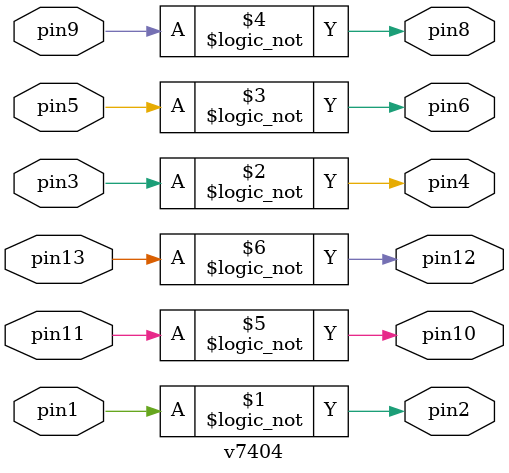
<source format=v>
`timescale 1ns / 1ns // `timescale time_unit/time_precision


/* top-level entity for v7404 chip logic test */
module testNOT (input [9:0] SW, output [9:0] LEDR);

				// SW[0] is the input and LEDR[0] is the output
				v7404 C1 (.pin1(SW[0]), .pin2(LEDR[0]));

endmodule // testNOT


/* Hex 2-input NOT chip */
module v7404 (input pin1, pin3, pin5, pin9, pin11, pin13, 
				output pin2, pin4, pin6, pin8, pin10, pin12);

				assign pin2 = !pin1;
				assign pin4 = !pin3;
				assign pin6 = !pin5;
				assign pin8 = !pin9;
				assign pin10 = !pin11;
				assign pin12 = !pin13;
				
endmodule // v7404
</source>
